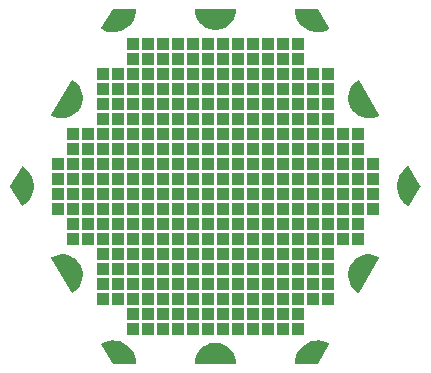
<source format=gbr>
G04 EAGLE Gerber X2 export*
%TF.Part,Single*%
%TF.FileFunction,Soldermask,Bot,1*%
%TF.FilePolarity,Negative*%
%TF.GenerationSoftware,Autodesk,EAGLE,8.7.1*%
%TF.CreationDate,2018-07-15T20:23:54Z*%
G75*
%MOMM*%
%FSLAX34Y34*%
%LPD*%
%AMOC8*
5,1,8,0,0,1.08239X$1,22.5*%
G01*
%ADD10R,1.066800X1.066800*%
%ADD11C,1.101600*%

G36*
X363231Y195709D02*
X363231Y195709D01*
X363260Y195706D01*
X363327Y195728D01*
X363397Y195742D01*
X363421Y195759D01*
X363449Y195768D01*
X363502Y195815D01*
X363561Y195855D01*
X363577Y195879D01*
X363599Y195899D01*
X363630Y195963D01*
X363668Y196022D01*
X363673Y196051D01*
X363685Y196077D01*
X363694Y196177D01*
X363701Y196219D01*
X363698Y196229D01*
X363700Y196243D01*
X363468Y199041D01*
X363458Y199075D01*
X363454Y199123D01*
X362765Y201844D01*
X362750Y201876D01*
X362738Y201922D01*
X361610Y204494D01*
X361590Y204522D01*
X361571Y204566D01*
X360035Y206917D01*
X360011Y206941D01*
X359985Y206982D01*
X358083Y209047D01*
X358055Y209068D01*
X358022Y209103D01*
X355807Y210828D01*
X355776Y210843D01*
X355738Y210873D01*
X353268Y212209D01*
X353235Y212219D01*
X353193Y212242D01*
X352007Y212650D01*
X350553Y213149D01*
X350537Y213154D01*
X350503Y213159D01*
X350457Y213174D01*
X347688Y213636D01*
X347653Y213635D01*
X347606Y213643D01*
X344798Y213643D01*
X344764Y213636D01*
X344716Y213636D01*
X341947Y213174D01*
X341914Y213162D01*
X341867Y213154D01*
X339211Y212242D01*
X339181Y212225D01*
X339136Y212209D01*
X336666Y210873D01*
X336640Y210851D01*
X336597Y210828D01*
X334382Y209103D01*
X334359Y209077D01*
X334321Y209047D01*
X332419Y206982D01*
X332401Y206952D01*
X332369Y206917D01*
X330833Y204566D01*
X330820Y204534D01*
X330794Y204494D01*
X329666Y201922D01*
X329659Y201889D01*
X329656Y201882D01*
X329650Y201873D01*
X329649Y201867D01*
X329639Y201844D01*
X328950Y199123D01*
X328948Y199088D01*
X328936Y199041D01*
X328704Y196243D01*
X328708Y196214D01*
X328703Y196185D01*
X328720Y196116D01*
X328728Y196046D01*
X328742Y196020D01*
X328749Y195992D01*
X328791Y195935D01*
X328826Y195873D01*
X328850Y195855D01*
X328867Y195832D01*
X328928Y195796D01*
X328985Y195753D01*
X329013Y195745D01*
X329038Y195730D01*
X329136Y195714D01*
X329177Y195703D01*
X329188Y195705D01*
X329202Y195703D01*
X363202Y195703D01*
X363231Y195709D01*
G37*
G36*
X347640Y478768D02*
X347640Y478768D01*
X347688Y478768D01*
X350457Y479230D01*
X350490Y479242D01*
X350537Y479250D01*
X353193Y480162D01*
X353223Y480179D01*
X353268Y480195D01*
X355738Y481531D01*
X355764Y481553D01*
X355807Y481576D01*
X358022Y483301D01*
X358045Y483327D01*
X358083Y483357D01*
X359985Y485422D01*
X360003Y485452D01*
X360035Y485487D01*
X361571Y487838D01*
X361584Y487870D01*
X361610Y487910D01*
X362738Y490482D01*
X362745Y490515D01*
X362765Y490560D01*
X363454Y493281D01*
X363456Y493316D01*
X363468Y493363D01*
X363700Y496161D01*
X363696Y496190D01*
X363701Y496219D01*
X363685Y496288D01*
X363676Y496358D01*
X363662Y496384D01*
X363655Y496412D01*
X363613Y496469D01*
X363578Y496531D01*
X363554Y496549D01*
X363537Y496572D01*
X363476Y496608D01*
X363419Y496651D01*
X363391Y496659D01*
X363366Y496674D01*
X363268Y496690D01*
X363227Y496701D01*
X363216Y496699D01*
X363202Y496701D01*
X329202Y496701D01*
X329173Y496695D01*
X329144Y496698D01*
X329077Y496676D01*
X329007Y496662D01*
X328983Y496645D01*
X328955Y496636D01*
X328902Y496589D01*
X328843Y496549D01*
X328828Y496525D01*
X328806Y496505D01*
X328774Y496441D01*
X328736Y496382D01*
X328731Y496353D01*
X328719Y496327D01*
X328710Y496227D01*
X328703Y496185D01*
X328706Y496175D01*
X328704Y496161D01*
X328936Y493363D01*
X328946Y493329D01*
X328950Y493281D01*
X329639Y490560D01*
X329654Y490528D01*
X329666Y490482D01*
X330794Y487910D01*
X330814Y487882D01*
X330833Y487838D01*
X332369Y485487D01*
X332393Y485463D01*
X332419Y485422D01*
X334321Y483357D01*
X334349Y483336D01*
X334382Y483301D01*
X336597Y481576D01*
X336628Y481561D01*
X336666Y481531D01*
X339136Y480195D01*
X339169Y480185D01*
X339211Y480162D01*
X341867Y479250D01*
X341901Y479246D01*
X341947Y479230D01*
X344716Y478768D01*
X344751Y478769D01*
X344798Y478761D01*
X347606Y478761D01*
X347640Y478768D01*
G37*
G36*
X224809Y256012D02*
X224809Y256012D01*
X224880Y256009D01*
X224907Y256019D01*
X224936Y256021D01*
X225026Y256063D01*
X225066Y256078D01*
X225074Y256086D01*
X225087Y256092D01*
X227390Y257691D01*
X227414Y257717D01*
X227454Y257744D01*
X229463Y259701D01*
X229482Y259730D01*
X229517Y259763D01*
X231176Y262024D01*
X231191Y262055D01*
X231220Y262094D01*
X232484Y264597D01*
X232493Y264631D01*
X232515Y264674D01*
X233351Y267351D01*
X233354Y267385D01*
X233369Y267431D01*
X233752Y270210D01*
X233750Y270244D01*
X233756Y270292D01*
X233677Y273095D01*
X233669Y273129D01*
X233668Y273177D01*
X233129Y275929D01*
X233115Y275961D01*
X233106Y276009D01*
X232121Y278634D01*
X232106Y278659D01*
X232101Y278679D01*
X232093Y278690D01*
X232086Y278709D01*
X230682Y281137D01*
X230659Y281163D01*
X230635Y281205D01*
X228851Y283368D01*
X228824Y283390D01*
X228793Y283427D01*
X226677Y285268D01*
X226647Y285285D01*
X226611Y285317D01*
X224220Y286784D01*
X224188Y286795D01*
X224147Y286821D01*
X221548Y287874D01*
X221514Y287881D01*
X221469Y287899D01*
X218732Y288510D01*
X218697Y288511D01*
X218650Y288522D01*
X215850Y288674D01*
X215816Y288669D01*
X215768Y288672D01*
X212980Y288362D01*
X212947Y288351D01*
X212899Y288346D01*
X210201Y287581D01*
X210171Y287565D01*
X210124Y287552D01*
X207589Y286353D01*
X207565Y286336D01*
X207538Y286326D01*
X207486Y286277D01*
X207429Y286234D01*
X207415Y286209D01*
X207394Y286189D01*
X207365Y286124D01*
X207329Y286063D01*
X207326Y286034D01*
X207314Y286007D01*
X207313Y285936D01*
X207304Y285865D01*
X207312Y285837D01*
X207312Y285808D01*
X207346Y285715D01*
X207358Y285674D01*
X207365Y285665D01*
X207370Y285652D01*
X224370Y256252D01*
X224389Y256230D01*
X224402Y256204D01*
X224455Y256156D01*
X224502Y256103D01*
X224528Y256091D01*
X224550Y256071D01*
X224617Y256048D01*
X224681Y256018D01*
X224710Y256016D01*
X224738Y256007D01*
X224809Y256012D01*
G37*
G36*
X476588Y403735D02*
X476588Y403735D01*
X476636Y403732D01*
X479424Y404042D01*
X479457Y404053D01*
X479505Y404058D01*
X482203Y404823D01*
X482233Y404839D01*
X482280Y404852D01*
X484815Y406051D01*
X484839Y406068D01*
X484866Y406078D01*
X484918Y406127D01*
X484975Y406170D01*
X484989Y406195D01*
X485011Y406215D01*
X485039Y406280D01*
X485075Y406342D01*
X485078Y406370D01*
X485090Y406397D01*
X485091Y406468D01*
X485100Y406539D01*
X485092Y406567D01*
X485092Y406596D01*
X485058Y406689D01*
X485046Y406730D01*
X485039Y406739D01*
X485034Y406752D01*
X468034Y436152D01*
X468015Y436174D01*
X468002Y436200D01*
X467949Y436248D01*
X467902Y436301D01*
X467876Y436313D01*
X467854Y436333D01*
X467787Y436356D01*
X467723Y436386D01*
X467694Y436388D01*
X467666Y436397D01*
X467595Y436392D01*
X467524Y436395D01*
X467497Y436385D01*
X467468Y436383D01*
X467378Y436341D01*
X467338Y436326D01*
X467330Y436318D01*
X467317Y436312D01*
X465014Y434713D01*
X464990Y434688D01*
X464950Y434660D01*
X462941Y432703D01*
X462922Y432674D01*
X462887Y432641D01*
X461228Y430380D01*
X461213Y430349D01*
X461184Y430310D01*
X459920Y427807D01*
X459911Y427773D01*
X459889Y427730D01*
X459053Y425053D01*
X459050Y425019D01*
X459035Y424973D01*
X458652Y422194D01*
X458654Y422160D01*
X458648Y422112D01*
X458727Y419309D01*
X458735Y419275D01*
X458736Y419227D01*
X459275Y416475D01*
X459289Y416443D01*
X459298Y416395D01*
X460283Y413770D01*
X460301Y413740D01*
X460318Y413695D01*
X461722Y411267D01*
X461745Y411241D01*
X461769Y411200D01*
X463553Y409036D01*
X463580Y409014D01*
X463611Y408977D01*
X465727Y407136D01*
X465757Y407119D01*
X465793Y407088D01*
X468184Y405620D01*
X468216Y405609D01*
X468257Y405583D01*
X470856Y404530D01*
X470890Y404523D01*
X470935Y404505D01*
X473672Y403894D01*
X473707Y403893D01*
X473754Y403882D01*
X476554Y403730D01*
X476588Y403735D01*
G37*
G36*
X467628Y256013D02*
X467628Y256013D01*
X467699Y256012D01*
X467726Y256023D01*
X467755Y256027D01*
X467817Y256061D01*
X467882Y256089D01*
X467903Y256110D01*
X467928Y256124D01*
X467991Y256200D01*
X468021Y256231D01*
X468025Y256241D01*
X468034Y256252D01*
X485034Y285652D01*
X485043Y285680D01*
X485060Y285704D01*
X485075Y285773D01*
X485097Y285841D01*
X485095Y285870D01*
X485101Y285898D01*
X485088Y285968D01*
X485082Y286039D01*
X485069Y286065D01*
X485063Y286093D01*
X485023Y286152D01*
X484991Y286215D01*
X484968Y286234D01*
X484952Y286258D01*
X484870Y286315D01*
X484837Y286342D01*
X484827Y286345D01*
X484815Y286353D01*
X482280Y287552D01*
X482246Y287560D01*
X482203Y287581D01*
X479505Y288346D01*
X479470Y288348D01*
X479424Y288362D01*
X476636Y288672D01*
X476602Y288669D01*
X476554Y288674D01*
X473754Y288522D01*
X473720Y288513D01*
X473672Y288510D01*
X470935Y287899D01*
X470903Y287885D01*
X470856Y287874D01*
X468257Y286821D01*
X468228Y286802D01*
X468184Y286784D01*
X465793Y285317D01*
X465768Y285293D01*
X465727Y285268D01*
X463611Y283427D01*
X463590Y283400D01*
X463553Y283368D01*
X461769Y281205D01*
X461753Y281174D01*
X461722Y281137D01*
X460318Y278709D01*
X460307Y278676D01*
X460300Y278663D01*
X460290Y278649D01*
X460290Y278646D01*
X460283Y278634D01*
X459298Y276009D01*
X459292Y275974D01*
X459275Y275929D01*
X458736Y273177D01*
X458736Y273143D01*
X458727Y273095D01*
X458648Y270292D01*
X458654Y270258D01*
X458652Y270210D01*
X459035Y267431D01*
X459047Y267399D01*
X459053Y267351D01*
X459889Y264674D01*
X459906Y264643D01*
X459920Y264597D01*
X461184Y262094D01*
X461206Y262067D01*
X461228Y262024D01*
X462887Y259763D01*
X462913Y259740D01*
X462941Y259701D01*
X464950Y257744D01*
X464979Y257725D01*
X465014Y257691D01*
X467317Y256092D01*
X467344Y256080D01*
X467367Y256062D01*
X467435Y256041D01*
X467500Y256013D01*
X467529Y256013D01*
X467557Y256005D01*
X467628Y256013D01*
G37*
G36*
X218650Y403882D02*
X218650Y403882D01*
X218684Y403891D01*
X218732Y403894D01*
X221469Y404505D01*
X221501Y404519D01*
X221548Y404530D01*
X224147Y405583D01*
X224176Y405602D01*
X224220Y405620D01*
X226611Y407088D01*
X226636Y407111D01*
X226677Y407136D01*
X228793Y408977D01*
X228814Y409004D01*
X228851Y409036D01*
X230635Y411200D01*
X230651Y411230D01*
X230682Y411267D01*
X232086Y413695D01*
X232097Y413728D01*
X232121Y413770D01*
X233106Y416395D01*
X233112Y416430D01*
X233129Y416475D01*
X233668Y419227D01*
X233668Y419262D01*
X233677Y419309D01*
X233756Y422112D01*
X233751Y422146D01*
X233752Y422194D01*
X233369Y424973D01*
X233357Y425005D01*
X233351Y425053D01*
X232515Y427730D01*
X232498Y427761D01*
X232484Y427807D01*
X231220Y430310D01*
X231198Y430337D01*
X231176Y430380D01*
X229517Y432641D01*
X229491Y432664D01*
X229463Y432703D01*
X227454Y434660D01*
X227425Y434679D01*
X227390Y434713D01*
X225087Y436312D01*
X225060Y436324D01*
X225037Y436342D01*
X224969Y436363D01*
X224904Y436391D01*
X224875Y436391D01*
X224847Y436399D01*
X224776Y436391D01*
X224705Y436392D01*
X224678Y436381D01*
X224649Y436377D01*
X224587Y436343D01*
X224522Y436315D01*
X224501Y436294D01*
X224476Y436280D01*
X224413Y436204D01*
X224383Y436173D01*
X224379Y436163D01*
X224370Y436152D01*
X207370Y406752D01*
X207361Y406724D01*
X207344Y406700D01*
X207329Y406631D01*
X207307Y406563D01*
X207309Y406534D01*
X207303Y406506D01*
X207316Y406436D01*
X207322Y406365D01*
X207335Y406339D01*
X207341Y406311D01*
X207381Y406252D01*
X207413Y406189D01*
X207436Y406170D01*
X207452Y406146D01*
X207534Y406089D01*
X207567Y406062D01*
X207577Y406059D01*
X207589Y406051D01*
X210124Y404852D01*
X210158Y404844D01*
X210201Y404823D01*
X212899Y404058D01*
X212934Y404056D01*
X212980Y404042D01*
X215768Y403732D01*
X215802Y403735D01*
X215850Y403730D01*
X218650Y403882D01*
G37*
G36*
X509929Y329213D02*
X509929Y329213D01*
X510000Y329213D01*
X510027Y329224D01*
X510056Y329227D01*
X510118Y329262D01*
X510183Y329290D01*
X510204Y329310D01*
X510229Y329325D01*
X510292Y329402D01*
X510322Y329432D01*
X510326Y329442D01*
X510335Y329453D01*
X519835Y345953D01*
X519845Y345985D01*
X519854Y345998D01*
X519858Y346022D01*
X519859Y346026D01*
X519890Y346096D01*
X519890Y346120D01*
X519898Y346142D01*
X519892Y346218D01*
X519893Y346295D01*
X519883Y346319D01*
X519882Y346340D01*
X519861Y346379D01*
X519835Y346451D01*
X510335Y362951D01*
X510316Y362973D01*
X510303Y362999D01*
X510250Y363047D01*
X510203Y363100D01*
X510177Y363113D01*
X510156Y363132D01*
X510088Y363155D01*
X510024Y363186D01*
X509995Y363188D01*
X509968Y363197D01*
X509896Y363192D01*
X509825Y363195D01*
X509798Y363185D01*
X509769Y363183D01*
X509679Y363141D01*
X509639Y363126D01*
X509631Y363119D01*
X509618Y363113D01*
X507095Y361371D01*
X507071Y361347D01*
X507033Y361320D01*
X504821Y359196D01*
X504802Y359168D01*
X504768Y359136D01*
X502926Y356685D01*
X502912Y356654D01*
X502883Y356617D01*
X501458Y353902D01*
X501449Y353871D01*
X501433Y353846D01*
X501432Y353838D01*
X501427Y353828D01*
X500456Y350920D01*
X500452Y350886D01*
X500437Y350842D01*
X499945Y347815D01*
X499946Y347781D01*
X499938Y347735D01*
X499938Y344669D01*
X499939Y344665D01*
X499939Y344663D01*
X499945Y344636D01*
X499945Y344589D01*
X500437Y341562D01*
X500449Y341531D01*
X500456Y341484D01*
X501427Y338576D01*
X501444Y338547D01*
X501458Y338502D01*
X502883Y335787D01*
X502905Y335761D01*
X502926Y335719D01*
X504768Y333268D01*
X504793Y333245D01*
X504821Y333208D01*
X507033Y331084D01*
X507061Y331066D01*
X507095Y331033D01*
X509618Y329291D01*
X509645Y329280D01*
X509667Y329261D01*
X509736Y329241D01*
X509801Y329213D01*
X509830Y329213D01*
X509858Y329205D01*
X509929Y329213D01*
G37*
G36*
X182508Y329212D02*
X182508Y329212D01*
X182579Y329209D01*
X182606Y329219D01*
X182635Y329221D01*
X182725Y329263D01*
X182765Y329278D01*
X182773Y329285D01*
X182786Y329291D01*
X185309Y331033D01*
X185333Y331057D01*
X185371Y331084D01*
X187583Y333208D01*
X187602Y333236D01*
X187636Y333268D01*
X189478Y335719D01*
X189492Y335750D01*
X189521Y335787D01*
X190946Y338502D01*
X190955Y338535D01*
X190977Y338576D01*
X191948Y341484D01*
X191952Y341518D01*
X191967Y341562D01*
X192459Y344589D01*
X192458Y344623D01*
X192466Y344669D01*
X192466Y347735D01*
X192459Y347768D01*
X192459Y347815D01*
X191967Y350842D01*
X191955Y350873D01*
X191948Y350920D01*
X190977Y353828D01*
X190964Y353851D01*
X190958Y353876D01*
X190951Y353885D01*
X190946Y353902D01*
X189521Y356617D01*
X189499Y356643D01*
X189478Y356685D01*
X187636Y359136D01*
X187611Y359159D01*
X187583Y359196D01*
X185371Y361320D01*
X185343Y361338D01*
X185309Y361371D01*
X182786Y363113D01*
X182759Y363124D01*
X182737Y363143D01*
X182668Y363163D01*
X182603Y363191D01*
X182574Y363191D01*
X182546Y363199D01*
X182475Y363191D01*
X182404Y363192D01*
X182377Y363180D01*
X182348Y363177D01*
X182286Y363142D01*
X182221Y363114D01*
X182200Y363094D01*
X182175Y363079D01*
X182112Y363002D01*
X182082Y362972D01*
X182078Y362962D01*
X182069Y362951D01*
X172569Y346451D01*
X172545Y346378D01*
X172514Y346308D01*
X172514Y346284D01*
X172506Y346262D01*
X172513Y346186D01*
X172512Y346109D01*
X172521Y346085D01*
X172522Y346064D01*
X172543Y346025D01*
X172562Y345973D01*
X172563Y345967D01*
X172565Y345965D01*
X172569Y345953D01*
X182069Y329453D01*
X182088Y329431D01*
X182101Y329405D01*
X182154Y329357D01*
X182201Y329304D01*
X182227Y329291D01*
X182249Y329272D01*
X182316Y329249D01*
X182380Y329218D01*
X182409Y329217D01*
X182436Y329207D01*
X182508Y329212D01*
G37*
G36*
X432878Y195718D02*
X432878Y195718D01*
X432956Y195727D01*
X432975Y195738D01*
X432997Y195742D01*
X433061Y195786D01*
X433129Y195825D01*
X433145Y195844D01*
X433161Y195855D01*
X433185Y195893D01*
X433235Y195953D01*
X442735Y212453D01*
X442744Y212480D01*
X442760Y212504D01*
X442775Y212574D01*
X442798Y212642D01*
X442795Y212670D01*
X442801Y212698D01*
X442788Y212769D01*
X442782Y212840D01*
X442769Y212865D01*
X442763Y212893D01*
X442723Y212953D01*
X442690Y213016D01*
X442668Y213034D01*
X442652Y213058D01*
X442569Y213116D01*
X442537Y213143D01*
X442526Y213146D01*
X442516Y213153D01*
X439750Y214462D01*
X439717Y214470D01*
X439674Y214490D01*
X436734Y215338D01*
X436700Y215341D01*
X436656Y215354D01*
X433618Y215719D01*
X433584Y215716D01*
X433537Y215722D01*
X430480Y215595D01*
X430447Y215587D01*
X430400Y215586D01*
X427403Y214970D01*
X427372Y214957D01*
X427326Y214948D01*
X424466Y213859D01*
X424438Y213841D01*
X424394Y213825D01*
X421746Y212291D01*
X421720Y212269D01*
X421680Y212246D01*
X419312Y210308D01*
X419290Y210281D01*
X419254Y210252D01*
X417227Y207959D01*
X417211Y207930D01*
X417179Y207895D01*
X415547Y205307D01*
X415535Y205275D01*
X415510Y205236D01*
X414314Y202419D01*
X414307Y202386D01*
X414304Y202379D01*
X414300Y202373D01*
X414299Y202367D01*
X414288Y202343D01*
X413560Y199371D01*
X413558Y199337D01*
X413547Y199292D01*
X413304Y196242D01*
X413308Y196213D01*
X413303Y196185D01*
X413320Y196116D01*
X413328Y196044D01*
X413343Y196020D01*
X413349Y195992D01*
X413392Y195934D01*
X413428Y195872D01*
X413450Y195855D01*
X413467Y195832D01*
X413529Y195795D01*
X413586Y195752D01*
X413614Y195745D01*
X413638Y195730D01*
X413738Y195714D01*
X413779Y195703D01*
X413789Y195705D01*
X413802Y195703D01*
X432802Y195703D01*
X432878Y195718D01*
G37*
G36*
X433571Y476687D02*
X433571Y476687D01*
X433618Y476685D01*
X436656Y477050D01*
X436688Y477061D01*
X436734Y477066D01*
X439674Y477914D01*
X439704Y477930D01*
X439750Y477942D01*
X442516Y479251D01*
X442538Y479268D01*
X442565Y479278D01*
X442617Y479327D01*
X442675Y479370D01*
X442689Y479395D01*
X442710Y479414D01*
X442739Y479480D01*
X442775Y479542D01*
X442778Y479570D01*
X442790Y479596D01*
X442791Y479668D01*
X442800Y479739D01*
X442792Y479766D01*
X442793Y479795D01*
X442757Y479890D01*
X442746Y479930D01*
X442739Y479939D01*
X442735Y479951D01*
X433235Y496451D01*
X433183Y496510D01*
X433137Y496572D01*
X433118Y496583D01*
X433103Y496600D01*
X433033Y496634D01*
X432966Y496674D01*
X432942Y496678D01*
X432924Y496686D01*
X432879Y496688D01*
X432802Y496701D01*
X413802Y496701D01*
X413774Y496696D01*
X413746Y496698D01*
X413678Y496676D01*
X413607Y496662D01*
X413584Y496646D01*
X413557Y496637D01*
X413502Y496590D01*
X413443Y496549D01*
X413428Y496525D01*
X413407Y496507D01*
X413375Y496442D01*
X413336Y496382D01*
X413331Y496354D01*
X413319Y496328D01*
X413310Y496227D01*
X413303Y496185D01*
X413305Y496175D01*
X413304Y496162D01*
X413547Y493112D01*
X413556Y493080D01*
X413560Y493033D01*
X414288Y490061D01*
X414303Y490030D01*
X414314Y489985D01*
X415510Y487168D01*
X415529Y487140D01*
X415547Y487097D01*
X417179Y484509D01*
X417203Y484485D01*
X417227Y484445D01*
X419254Y482152D01*
X419281Y482132D01*
X419312Y482096D01*
X421680Y480158D01*
X421710Y480142D01*
X421746Y480113D01*
X424394Y478580D01*
X424426Y478569D01*
X424466Y478545D01*
X427326Y477457D01*
X427359Y477451D01*
X427403Y477434D01*
X430400Y476818D01*
X430434Y476818D01*
X430480Y476809D01*
X433537Y476682D01*
X433571Y476687D01*
G37*
G36*
X278630Y195708D02*
X278630Y195708D01*
X278658Y195706D01*
X278726Y195728D01*
X278797Y195742D01*
X278820Y195758D01*
X278847Y195767D01*
X278902Y195814D01*
X278961Y195855D01*
X278976Y195879D01*
X278998Y195897D01*
X279029Y195962D01*
X279068Y196022D01*
X279073Y196050D01*
X279085Y196076D01*
X279094Y196177D01*
X279101Y196219D01*
X279099Y196229D01*
X279100Y196242D01*
X278857Y199292D01*
X278848Y199324D01*
X278844Y199371D01*
X278116Y202343D01*
X278101Y202374D01*
X278090Y202419D01*
X276894Y205236D01*
X276875Y205264D01*
X276857Y205307D01*
X275225Y207895D01*
X275201Y207919D01*
X275177Y207959D01*
X273150Y210252D01*
X273123Y210272D01*
X273092Y210308D01*
X270725Y212246D01*
X270694Y212262D01*
X270658Y212291D01*
X268010Y213825D01*
X267978Y213835D01*
X267938Y213859D01*
X265078Y214948D01*
X265045Y214953D01*
X265001Y214970D01*
X262004Y215586D01*
X261970Y215586D01*
X261924Y215595D01*
X258867Y215722D01*
X258833Y215717D01*
X258786Y215719D01*
X255748Y215354D01*
X255716Y215343D01*
X255670Y215338D01*
X252730Y214490D01*
X252700Y214474D01*
X252655Y214462D01*
X249889Y213153D01*
X249866Y213136D01*
X249839Y213126D01*
X249787Y213077D01*
X249729Y213034D01*
X249715Y213009D01*
X249694Y212990D01*
X249665Y212924D01*
X249629Y212862D01*
X249626Y212834D01*
X249614Y212808D01*
X249613Y212736D01*
X249604Y212665D01*
X249612Y212638D01*
X249612Y212609D01*
X249647Y212514D01*
X249658Y212474D01*
X249665Y212465D01*
X249669Y212453D01*
X259169Y195953D01*
X259221Y195895D01*
X259267Y195832D01*
X259286Y195821D01*
X259301Y195804D01*
X259371Y195770D01*
X259438Y195730D01*
X259463Y195726D01*
X259480Y195718D01*
X259525Y195716D01*
X259602Y195703D01*
X278602Y195703D01*
X278630Y195708D01*
G37*
G36*
X261924Y476809D02*
X261924Y476809D01*
X261957Y476817D01*
X262004Y476818D01*
X265001Y477434D01*
X265032Y477447D01*
X265078Y477457D01*
X267938Y478545D01*
X267967Y478563D01*
X268010Y478580D01*
X270658Y480113D01*
X270684Y480135D01*
X270725Y480158D01*
X273092Y482096D01*
X273114Y482123D01*
X273150Y482152D01*
X275177Y484445D01*
X275194Y484474D01*
X275225Y484509D01*
X276857Y487097D01*
X276869Y487129D01*
X276894Y487168D01*
X278090Y489985D01*
X278097Y490018D01*
X278116Y490061D01*
X278844Y493033D01*
X278846Y493067D01*
X278857Y493112D01*
X279100Y496162D01*
X279096Y496191D01*
X279101Y496219D01*
X279084Y496288D01*
X279076Y496360D01*
X279062Y496384D01*
X279055Y496412D01*
X279012Y496470D01*
X278977Y496532D01*
X278954Y496549D01*
X278937Y496572D01*
X278875Y496609D01*
X278818Y496652D01*
X278790Y496659D01*
X278766Y496674D01*
X278666Y496690D01*
X278625Y496701D01*
X278615Y496699D01*
X278602Y496701D01*
X259602Y496701D01*
X259526Y496686D01*
X259448Y496677D01*
X259429Y496666D01*
X259407Y496662D01*
X259343Y496618D01*
X259275Y496579D01*
X259259Y496560D01*
X259243Y496549D01*
X259219Y496511D01*
X259169Y496451D01*
X249669Y479951D01*
X249660Y479924D01*
X249644Y479900D01*
X249629Y479830D01*
X249606Y479762D01*
X249609Y479734D01*
X249603Y479706D01*
X249617Y479636D01*
X249622Y479564D01*
X249635Y479539D01*
X249641Y479511D01*
X249681Y479451D01*
X249714Y479388D01*
X249736Y479370D01*
X249752Y479346D01*
X249835Y479288D01*
X249867Y479261D01*
X249878Y479258D01*
X249889Y479251D01*
X252655Y477942D01*
X252688Y477934D01*
X252730Y477914D01*
X255670Y477066D01*
X255704Y477063D01*
X255748Y477050D01*
X258786Y476685D01*
X258820Y476688D01*
X258867Y476682D01*
X261924Y476809D01*
G37*
D10*
X352552Y352552D03*
X365252Y352552D03*
X365252Y365252D03*
X352552Y365252D03*
X339852Y365252D03*
X339852Y365252D03*
X327152Y365252D03*
X327152Y352552D03*
X339852Y352552D03*
X301752Y352552D03*
X314452Y352552D03*
X314452Y365252D03*
X301752Y365252D03*
X289052Y365252D03*
X289052Y365252D03*
X276352Y365252D03*
X276352Y352552D03*
X289052Y352552D03*
X250952Y352552D03*
X263652Y352552D03*
X263652Y365252D03*
X250952Y365252D03*
X238252Y365252D03*
X238252Y365252D03*
X225552Y365252D03*
X225552Y352552D03*
X238252Y352552D03*
X403352Y352552D03*
X416052Y352552D03*
X416052Y365252D03*
X403352Y365252D03*
X390652Y365252D03*
X390652Y365252D03*
X377952Y365252D03*
X377952Y352552D03*
X390652Y352552D03*
X454152Y352552D03*
X466852Y352552D03*
X466852Y365252D03*
X454152Y365252D03*
X441452Y365252D03*
X441452Y365252D03*
X428752Y365252D03*
X428752Y352552D03*
X441452Y352552D03*
X352552Y327152D03*
X365252Y327152D03*
X365252Y339852D03*
X352552Y339852D03*
X339852Y339852D03*
X339852Y339852D03*
X327152Y339852D03*
X327152Y327152D03*
X339852Y327152D03*
X301752Y327152D03*
X314452Y327152D03*
X314452Y339852D03*
X301752Y339852D03*
X289052Y339852D03*
X289052Y339852D03*
X276352Y339852D03*
X276352Y327152D03*
X289052Y327152D03*
X250952Y327152D03*
X263652Y327152D03*
X263652Y339852D03*
X250952Y339852D03*
X238252Y339852D03*
X238252Y339852D03*
X225552Y339852D03*
X225552Y327152D03*
X238252Y327152D03*
X403352Y327152D03*
X416052Y327152D03*
X416052Y339852D03*
X403352Y339852D03*
X390652Y339852D03*
X390652Y339852D03*
X377952Y339852D03*
X377952Y327152D03*
X390652Y327152D03*
X454152Y327152D03*
X466852Y327152D03*
X466852Y339852D03*
X454152Y339852D03*
X441452Y339852D03*
X441452Y339852D03*
X428752Y339852D03*
X428752Y327152D03*
X441452Y327152D03*
X352552Y301752D03*
X365252Y301752D03*
X365252Y314452D03*
X352552Y314452D03*
X339852Y314452D03*
X339852Y314452D03*
X327152Y314452D03*
X327152Y301752D03*
X339852Y301752D03*
X301752Y301752D03*
X314452Y301752D03*
X314452Y314452D03*
X301752Y314452D03*
X289052Y314452D03*
X289052Y314452D03*
X276352Y314452D03*
X276352Y301752D03*
X289052Y301752D03*
X250952Y301752D03*
X263652Y301752D03*
X263652Y314452D03*
X250952Y314452D03*
X238252Y314452D03*
X238252Y314452D03*
X225552Y314452D03*
X225552Y301752D03*
X238252Y301752D03*
X403352Y301752D03*
X416052Y301752D03*
X416052Y314452D03*
X403352Y314452D03*
X390652Y314452D03*
X390652Y314452D03*
X377952Y314452D03*
X377952Y301752D03*
X390652Y301752D03*
X454152Y301752D03*
X466852Y301752D03*
X466852Y314452D03*
X454152Y314452D03*
X441452Y314452D03*
X441452Y314452D03*
X428752Y314452D03*
X428752Y301752D03*
X441452Y301752D03*
X352552Y377952D03*
X365252Y377952D03*
X365252Y390652D03*
X352552Y390652D03*
X339852Y390652D03*
X339852Y390652D03*
X327152Y390652D03*
X327152Y377952D03*
X339852Y377952D03*
X301752Y377952D03*
X314452Y377952D03*
X314452Y390652D03*
X301752Y390652D03*
X289052Y390652D03*
X289052Y390652D03*
X276352Y390652D03*
X276352Y377952D03*
X289052Y377952D03*
X250952Y377952D03*
X263652Y377952D03*
X263652Y390652D03*
X250952Y390652D03*
X238252Y390652D03*
X238252Y390652D03*
X225552Y390652D03*
X225552Y377952D03*
X238252Y377952D03*
X403352Y377952D03*
X416052Y377952D03*
X416052Y390652D03*
X403352Y390652D03*
X390652Y390652D03*
X390652Y390652D03*
X377952Y390652D03*
X377952Y377952D03*
X390652Y377952D03*
X454152Y377952D03*
X466852Y377952D03*
X466852Y390652D03*
X454152Y390652D03*
X441452Y390652D03*
X441452Y390652D03*
X428752Y390652D03*
X428752Y377952D03*
X441452Y377952D03*
X352552Y403352D03*
X365252Y403352D03*
X365252Y416052D03*
X352552Y416052D03*
X339852Y416052D03*
X339852Y416052D03*
X327152Y416052D03*
X327152Y403352D03*
X339852Y403352D03*
X301752Y403352D03*
X314452Y403352D03*
X314452Y416052D03*
X301752Y416052D03*
X289052Y416052D03*
X289052Y416052D03*
X276352Y416052D03*
X276352Y403352D03*
X289052Y403352D03*
X250952Y403352D03*
X263652Y403352D03*
X263652Y416052D03*
X250952Y416052D03*
X403352Y403352D03*
X416052Y403352D03*
X416052Y416052D03*
X403352Y416052D03*
X390652Y416052D03*
X390652Y416052D03*
X377952Y416052D03*
X377952Y403352D03*
X390652Y403352D03*
X441452Y416052D03*
X441452Y416052D03*
X428752Y416052D03*
X428752Y403352D03*
X441452Y403352D03*
X352552Y428752D03*
X365252Y428752D03*
X365252Y441452D03*
X352552Y441452D03*
X339852Y441452D03*
X339852Y441452D03*
X327152Y441452D03*
X327152Y428752D03*
X339852Y428752D03*
X301752Y428752D03*
X314452Y428752D03*
X314452Y441452D03*
X301752Y441452D03*
X289052Y441452D03*
X289052Y441452D03*
X276352Y441452D03*
X276352Y428752D03*
X289052Y428752D03*
X250952Y428752D03*
X263652Y428752D03*
X263652Y441452D03*
X250952Y441452D03*
X403352Y428752D03*
X416052Y428752D03*
X416052Y441452D03*
X403352Y441452D03*
X390652Y441452D03*
X390652Y441452D03*
X377952Y441452D03*
X377952Y428752D03*
X390652Y428752D03*
X441452Y441452D03*
X441452Y441452D03*
X428752Y441452D03*
X428752Y428752D03*
X441452Y428752D03*
X352552Y250952D03*
X365252Y250952D03*
X365252Y263652D03*
X352552Y263652D03*
X339852Y263652D03*
X339852Y263652D03*
X327152Y263652D03*
X327152Y250952D03*
X339852Y250952D03*
X301752Y250952D03*
X314452Y250952D03*
X314452Y263652D03*
X301752Y263652D03*
X289052Y263652D03*
X289052Y263652D03*
X276352Y263652D03*
X276352Y250952D03*
X289052Y250952D03*
X250952Y250952D03*
X263652Y250952D03*
X263652Y263652D03*
X250952Y263652D03*
X403352Y250952D03*
X416052Y250952D03*
X416052Y263652D03*
X403352Y263652D03*
X390652Y263652D03*
X390652Y263652D03*
X377952Y263652D03*
X377952Y250952D03*
X390652Y250952D03*
X441452Y263652D03*
X441452Y263652D03*
X428752Y263652D03*
X428752Y250952D03*
X441452Y250952D03*
X352552Y276352D03*
X365252Y276352D03*
X365252Y289052D03*
X352552Y289052D03*
X339852Y289052D03*
X339852Y289052D03*
X327152Y289052D03*
X327152Y276352D03*
X339852Y276352D03*
X301752Y276352D03*
X314452Y276352D03*
X314452Y289052D03*
X301752Y289052D03*
X289052Y289052D03*
X289052Y289052D03*
X276352Y289052D03*
X276352Y276352D03*
X289052Y276352D03*
X250952Y276352D03*
X263652Y276352D03*
X263652Y289052D03*
X250952Y289052D03*
X403352Y276352D03*
X416052Y276352D03*
X416052Y289052D03*
X403352Y289052D03*
X390652Y289052D03*
X390652Y289052D03*
X377952Y289052D03*
X377952Y276352D03*
X390652Y276352D03*
X441452Y289052D03*
X441452Y289052D03*
X428752Y289052D03*
X428752Y276352D03*
X441452Y276352D03*
X352552Y225552D03*
X365252Y225552D03*
X365252Y238252D03*
X352552Y238252D03*
X339852Y238252D03*
X339852Y238252D03*
X327152Y238252D03*
X327152Y225552D03*
X339852Y225552D03*
X301752Y225552D03*
X314452Y225552D03*
X314452Y238252D03*
X301752Y238252D03*
X289052Y238252D03*
X289052Y238252D03*
X276352Y238252D03*
X276352Y225552D03*
X289052Y225552D03*
X403352Y225552D03*
X416052Y225552D03*
X416052Y238252D03*
X403352Y238252D03*
X390652Y238252D03*
X390652Y238252D03*
X377952Y238252D03*
X377952Y225552D03*
X390652Y225552D03*
X352552Y454152D03*
X365252Y454152D03*
X365252Y466852D03*
X352552Y466852D03*
X339852Y466852D03*
X339852Y466852D03*
X327152Y466852D03*
X327152Y454152D03*
X339852Y454152D03*
X301752Y454152D03*
X314452Y454152D03*
X314452Y466852D03*
X301752Y466852D03*
X289052Y466852D03*
X289052Y466852D03*
X276352Y466852D03*
X276352Y454152D03*
X289052Y454152D03*
X403352Y454152D03*
X416052Y454152D03*
X416052Y466852D03*
X403352Y466852D03*
X390652Y466852D03*
X390652Y466852D03*
X377952Y466852D03*
X377952Y454152D03*
X390652Y454152D03*
X225552Y365252D03*
X212852Y365252D03*
X212852Y352552D03*
X212852Y339852D03*
X212852Y327152D03*
X479552Y365252D03*
X479552Y352552D03*
X479552Y339852D03*
X479552Y327152D03*
X352552Y352552D03*
X365252Y352552D03*
X365252Y365252D03*
X352552Y365252D03*
X339852Y365252D03*
X339852Y365252D03*
X327152Y365252D03*
X327152Y352552D03*
X339852Y352552D03*
X301752Y352552D03*
X314452Y352552D03*
X314452Y365252D03*
X301752Y365252D03*
X289052Y365252D03*
X289052Y365252D03*
X276352Y365252D03*
X276352Y352552D03*
X289052Y352552D03*
X250952Y352552D03*
X263652Y352552D03*
X263652Y365252D03*
X250952Y365252D03*
X238252Y365252D03*
X238252Y365252D03*
X225552Y365252D03*
X225552Y352552D03*
X238252Y352552D03*
X403352Y352552D03*
X416052Y352552D03*
X416052Y365252D03*
X403352Y365252D03*
X390652Y365252D03*
X390652Y365252D03*
X377952Y365252D03*
X377952Y352552D03*
X390652Y352552D03*
X454152Y352552D03*
X466852Y352552D03*
X466852Y365252D03*
X454152Y365252D03*
X441452Y365252D03*
X441452Y365252D03*
X428752Y365252D03*
X428752Y352552D03*
X441452Y352552D03*
X352552Y327152D03*
X365252Y327152D03*
X365252Y339852D03*
X352552Y339852D03*
X339852Y339852D03*
X339852Y339852D03*
X327152Y339852D03*
X327152Y327152D03*
X339852Y327152D03*
X301752Y327152D03*
X314452Y327152D03*
X314452Y339852D03*
X301752Y339852D03*
X289052Y339852D03*
X289052Y339852D03*
X276352Y339852D03*
X276352Y327152D03*
X289052Y327152D03*
X250952Y327152D03*
X263652Y327152D03*
X263652Y339852D03*
X250952Y339852D03*
X238252Y339852D03*
X238252Y339852D03*
X225552Y339852D03*
X225552Y327152D03*
X238252Y327152D03*
X403352Y327152D03*
X416052Y327152D03*
X416052Y339852D03*
X403352Y339852D03*
X390652Y339852D03*
X390652Y339852D03*
X377952Y339852D03*
X377952Y327152D03*
X390652Y327152D03*
X454152Y327152D03*
X466852Y327152D03*
X466852Y339852D03*
X454152Y339852D03*
X441452Y339852D03*
X441452Y339852D03*
X428752Y339852D03*
X428752Y327152D03*
X441452Y327152D03*
X352552Y301752D03*
X365252Y301752D03*
X365252Y314452D03*
X352552Y314452D03*
X339852Y314452D03*
X339852Y314452D03*
X327152Y314452D03*
X327152Y301752D03*
X339852Y301752D03*
X301752Y301752D03*
X314452Y301752D03*
X314452Y314452D03*
X301752Y314452D03*
X289052Y314452D03*
X289052Y314452D03*
X276352Y314452D03*
X276352Y301752D03*
X289052Y301752D03*
X250952Y301752D03*
X263652Y301752D03*
X263652Y314452D03*
X250952Y314452D03*
X238252Y314452D03*
X238252Y314452D03*
X225552Y314452D03*
X225552Y301752D03*
X238252Y301752D03*
X403352Y301752D03*
X416052Y301752D03*
X416052Y314452D03*
X403352Y314452D03*
X390652Y314452D03*
X390652Y314452D03*
X377952Y314452D03*
X377952Y301752D03*
X390652Y301752D03*
X454152Y301752D03*
X466852Y301752D03*
X466852Y314452D03*
X454152Y314452D03*
X441452Y314452D03*
X441452Y314452D03*
X428752Y314452D03*
X428752Y301752D03*
X441452Y301752D03*
X352552Y377952D03*
X365252Y377952D03*
X365252Y390652D03*
X352552Y390652D03*
X339852Y390652D03*
X339852Y390652D03*
X327152Y390652D03*
X327152Y377952D03*
X339852Y377952D03*
X301752Y377952D03*
X314452Y377952D03*
X314452Y390652D03*
X301752Y390652D03*
X289052Y390652D03*
X289052Y390652D03*
X276352Y390652D03*
X276352Y377952D03*
X289052Y377952D03*
X250952Y377952D03*
X263652Y377952D03*
X263652Y390652D03*
X250952Y390652D03*
X238252Y390652D03*
X238252Y390652D03*
X225552Y390652D03*
X225552Y377952D03*
X238252Y377952D03*
X403352Y377952D03*
X416052Y377952D03*
X416052Y390652D03*
X403352Y390652D03*
X390652Y390652D03*
X390652Y390652D03*
X377952Y390652D03*
X377952Y377952D03*
X390652Y377952D03*
X454152Y377952D03*
X466852Y377952D03*
X466852Y390652D03*
X454152Y390652D03*
X441452Y390652D03*
X441452Y390652D03*
X428752Y390652D03*
X428752Y377952D03*
X441452Y377952D03*
X352552Y403352D03*
X365252Y403352D03*
X365252Y416052D03*
X352552Y416052D03*
X339852Y416052D03*
X339852Y416052D03*
X327152Y416052D03*
X327152Y403352D03*
X339852Y403352D03*
X301752Y403352D03*
X314452Y403352D03*
X314452Y416052D03*
X301752Y416052D03*
X289052Y416052D03*
X289052Y416052D03*
X276352Y416052D03*
X276352Y403352D03*
X289052Y403352D03*
X250952Y403352D03*
X263652Y403352D03*
X263652Y416052D03*
X250952Y416052D03*
X403352Y403352D03*
X416052Y403352D03*
X416052Y416052D03*
X403352Y416052D03*
X390652Y416052D03*
X390652Y416052D03*
X377952Y416052D03*
X377952Y403352D03*
X390652Y403352D03*
X441452Y416052D03*
X441452Y416052D03*
X428752Y416052D03*
X428752Y403352D03*
X441452Y403352D03*
X352552Y428752D03*
X365252Y428752D03*
X365252Y441452D03*
X352552Y441452D03*
X339852Y441452D03*
X339852Y441452D03*
X327152Y441452D03*
X327152Y428752D03*
X339852Y428752D03*
X301752Y428752D03*
X314452Y428752D03*
X314452Y441452D03*
X301752Y441452D03*
X289052Y441452D03*
X289052Y441452D03*
X276352Y441452D03*
X276352Y428752D03*
X289052Y428752D03*
X250952Y428752D03*
X263652Y428752D03*
X263652Y441452D03*
X250952Y441452D03*
X403352Y428752D03*
X416052Y428752D03*
X416052Y441452D03*
X403352Y441452D03*
X390652Y441452D03*
X390652Y441452D03*
X377952Y441452D03*
X377952Y428752D03*
X390652Y428752D03*
X441452Y441452D03*
X441452Y441452D03*
X428752Y441452D03*
X428752Y428752D03*
X441452Y428752D03*
X352552Y250952D03*
X365252Y250952D03*
X365252Y263652D03*
X352552Y263652D03*
X339852Y263652D03*
X339852Y263652D03*
X327152Y263652D03*
X327152Y250952D03*
X339852Y250952D03*
X301752Y250952D03*
X314452Y250952D03*
X314452Y263652D03*
X301752Y263652D03*
X289052Y263652D03*
X289052Y263652D03*
X276352Y263652D03*
X276352Y250952D03*
X289052Y250952D03*
X250952Y250952D03*
X263652Y250952D03*
X263652Y263652D03*
X250952Y263652D03*
X403352Y250952D03*
X416052Y250952D03*
X416052Y263652D03*
X403352Y263652D03*
X390652Y263652D03*
X390652Y263652D03*
X377952Y263652D03*
X377952Y250952D03*
X390652Y250952D03*
X441452Y263652D03*
X441452Y263652D03*
X428752Y263652D03*
X428752Y250952D03*
X441452Y250952D03*
X352552Y276352D03*
X365252Y276352D03*
X365252Y289052D03*
X352552Y289052D03*
X339852Y289052D03*
X339852Y289052D03*
X327152Y289052D03*
X327152Y276352D03*
X339852Y276352D03*
X301752Y276352D03*
X314452Y276352D03*
X314452Y289052D03*
X301752Y289052D03*
X289052Y289052D03*
X289052Y289052D03*
X276352Y289052D03*
X276352Y276352D03*
X289052Y276352D03*
X250952Y276352D03*
X263652Y276352D03*
X263652Y289052D03*
X250952Y289052D03*
X403352Y276352D03*
X416052Y276352D03*
X416052Y289052D03*
X403352Y289052D03*
X390652Y289052D03*
X390652Y289052D03*
X377952Y289052D03*
X377952Y276352D03*
X390652Y276352D03*
X441452Y289052D03*
X441452Y289052D03*
X428752Y289052D03*
X428752Y276352D03*
X441452Y276352D03*
X352552Y225552D03*
X365252Y225552D03*
X365252Y238252D03*
X352552Y238252D03*
X339852Y238252D03*
X339852Y238252D03*
X327152Y238252D03*
X327152Y225552D03*
X339852Y225552D03*
X301752Y225552D03*
X314452Y225552D03*
X314452Y238252D03*
X301752Y238252D03*
X289052Y238252D03*
X289052Y238252D03*
X276352Y238252D03*
X276352Y225552D03*
X289052Y225552D03*
X403352Y225552D03*
X416052Y225552D03*
X416052Y238252D03*
X403352Y238252D03*
X390652Y238252D03*
X390652Y238252D03*
X377952Y238252D03*
X377952Y225552D03*
X390652Y225552D03*
X352552Y454152D03*
X365252Y454152D03*
X365252Y466852D03*
X352552Y466852D03*
X339852Y466852D03*
X339852Y466852D03*
X327152Y466852D03*
X327152Y454152D03*
X339852Y454152D03*
X301752Y454152D03*
X314452Y454152D03*
X314452Y466852D03*
X301752Y466852D03*
X289052Y466852D03*
X289052Y466852D03*
X276352Y466852D03*
X276352Y454152D03*
X289052Y454152D03*
X403352Y454152D03*
X416052Y454152D03*
X416052Y466852D03*
X403352Y466852D03*
X390652Y466852D03*
X390652Y466852D03*
X377952Y466852D03*
X377952Y454152D03*
X390652Y454152D03*
X225552Y365252D03*
X212852Y365252D03*
X212852Y352552D03*
X212852Y339852D03*
X212852Y327152D03*
X479552Y365252D03*
X479552Y352552D03*
X479552Y339852D03*
X479552Y327152D03*
D11*
X428802Y489302D03*
X511402Y346202D03*
X428802Y203102D03*
X263602Y203102D03*
X181002Y346202D03*
X263602Y489302D03*
X470102Y417702D03*
X470102Y274702D03*
X346202Y203102D03*
X222302Y274702D03*
X222302Y417702D03*
X346202Y489302D03*
M02*

</source>
